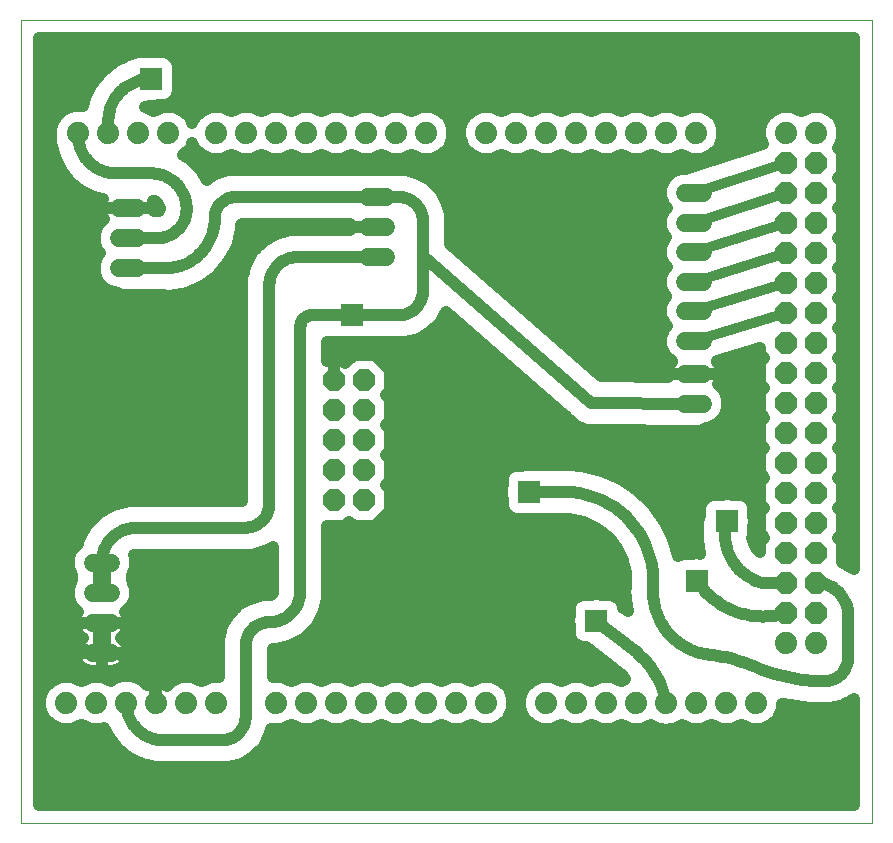
<source format=gbl>
G75*
%MOIN*%
%OFA0B0*%
%FSLAX24Y24*%
%IPPOS*%
%LPD*%
%AMOC8*
5,1,8,0,0,1.08239X$1,22.5*
%
%ADD10C,0.0000*%
%ADD11C,0.0600*%
%ADD12OC8,0.0720*%
%ADD13C,0.0740*%
%ADD14OC8,0.0740*%
%ADD15C,0.0400*%
%ADD16R,0.0760X0.0760*%
%ADD17C,0.0591*%
%ADD18C,0.0320*%
D10*
X008434Y000694D02*
X008434Y027465D01*
X036781Y027465D01*
X036781Y000694D01*
X008434Y000694D01*
D11*
X010815Y006363D02*
X011415Y006363D01*
X011415Y007363D02*
X010815Y007363D01*
X010815Y008363D02*
X011415Y008363D01*
X011415Y009363D02*
X010815Y009363D01*
X011677Y019182D02*
X012277Y019182D01*
X012277Y020182D02*
X011677Y020182D01*
X011677Y021182D02*
X012277Y021182D01*
X019988Y021556D02*
X020588Y021556D01*
X020588Y020556D02*
X019988Y020556D01*
X019988Y019556D02*
X020588Y019556D01*
X030575Y019729D02*
X031175Y019729D01*
X031175Y020698D02*
X030575Y020698D01*
X030575Y021698D02*
X031175Y021698D01*
X031175Y018729D02*
X030575Y018729D01*
X030575Y017761D02*
X031175Y017761D01*
X031175Y016761D02*
X030575Y016761D01*
X030575Y015666D02*
X031175Y015666D01*
X031175Y014666D02*
X030575Y014666D01*
D12*
X019875Y014444D03*
X019875Y015444D03*
X018875Y015444D03*
X018875Y014444D03*
X018875Y013444D03*
X019875Y013444D03*
X019875Y012444D03*
X018875Y012444D03*
X018875Y011444D03*
X019875Y011444D03*
D13*
X019938Y004694D03*
X020938Y004694D03*
X021938Y004694D03*
X022938Y004694D03*
X023938Y004694D03*
X025938Y004694D03*
X026938Y004694D03*
X027938Y004694D03*
X028938Y004694D03*
X029938Y004694D03*
X030938Y004694D03*
X031938Y004694D03*
X032938Y004694D03*
X033938Y006694D03*
X034938Y006694D03*
X018938Y004694D03*
X017938Y004694D03*
X016938Y004694D03*
X014938Y004694D03*
X013938Y004694D03*
X012938Y004694D03*
X011938Y004694D03*
X010938Y004694D03*
X009938Y004694D03*
X010338Y023694D03*
X011338Y023694D03*
X012338Y023694D03*
X013338Y023694D03*
X014938Y023694D03*
X015938Y023694D03*
X016938Y023694D03*
X017938Y023694D03*
X018938Y023694D03*
X019938Y023694D03*
X020938Y023694D03*
X021938Y023694D03*
X023938Y023694D03*
X024938Y023694D03*
X025938Y023694D03*
X026938Y023694D03*
X027938Y023694D03*
X028938Y023694D03*
X029938Y023694D03*
X030938Y023694D03*
X033938Y023694D03*
X034938Y023694D03*
D14*
X034938Y022694D03*
X033938Y022694D03*
X033938Y021694D03*
X034938Y021694D03*
X034938Y020694D03*
X033938Y020694D03*
X033938Y019694D03*
X034938Y019694D03*
X034938Y018694D03*
X033938Y018694D03*
X033938Y017694D03*
X034938Y017694D03*
X034938Y016694D03*
X033938Y016694D03*
X033938Y015694D03*
X034938Y015694D03*
X034938Y014694D03*
X033938Y014694D03*
X033938Y013694D03*
X034938Y013694D03*
X034938Y012694D03*
X033938Y012694D03*
X033938Y011694D03*
X034938Y011694D03*
X034938Y010694D03*
X033938Y010694D03*
X033938Y009694D03*
X034938Y009694D03*
X034938Y008694D03*
X033938Y008694D03*
X033938Y007694D03*
X034938Y007694D03*
D15*
X034938Y008694D02*
X035002Y008692D01*
X035065Y008686D01*
X035128Y008677D01*
X035190Y008663D01*
X035252Y008646D01*
X035312Y008625D01*
X035371Y008601D01*
X035428Y008573D01*
X035484Y008542D01*
X035537Y008507D01*
X035589Y008469D01*
X035638Y008429D01*
X035684Y008385D01*
X035728Y008339D01*
X035768Y008290D01*
X035806Y008238D01*
X035841Y008185D01*
X035872Y008129D01*
X035900Y008072D01*
X035924Y008013D01*
X035945Y007953D01*
X035962Y007891D01*
X035976Y007829D01*
X035985Y007766D01*
X035991Y007703D01*
X035993Y007639D01*
X035993Y006206D01*
X035991Y006152D01*
X035986Y006099D01*
X035977Y006046D01*
X035964Y005994D01*
X035948Y005942D01*
X035928Y005892D01*
X035905Y005844D01*
X035878Y005797D01*
X035849Y005752D01*
X035816Y005709D01*
X035781Y005669D01*
X035743Y005631D01*
X035703Y005596D01*
X035660Y005563D01*
X035615Y005534D01*
X035568Y005507D01*
X035520Y005484D01*
X035470Y005464D01*
X035418Y005448D01*
X035366Y005435D01*
X035313Y005426D01*
X035260Y005421D01*
X035206Y005419D01*
X035428Y004518D02*
X034738Y004518D01*
X033812Y004646D01*
X033812Y004646D01*
X033808Y004647D01*
X033808Y004521D01*
X033676Y004201D01*
X033431Y003956D01*
X033111Y003824D01*
X032765Y003824D01*
X032445Y003956D01*
X032438Y003963D01*
X032431Y003956D01*
X032111Y003824D01*
X031765Y003824D01*
X031445Y003956D01*
X031438Y003963D01*
X031431Y003956D01*
X031111Y003824D01*
X030765Y003824D01*
X030451Y003954D01*
X030285Y003844D01*
X029934Y003776D01*
X029583Y003848D01*
X029425Y003954D01*
X029111Y003824D01*
X028765Y003824D01*
X028445Y003956D01*
X028438Y003963D01*
X028431Y003956D01*
X028111Y003824D01*
X027765Y003824D01*
X027445Y003956D01*
X027438Y003963D01*
X027431Y003956D01*
X027111Y003824D01*
X026765Y003824D01*
X026445Y003956D01*
X026438Y003963D01*
X026431Y003956D01*
X026111Y003824D01*
X025765Y003824D01*
X025445Y003956D01*
X025200Y004201D01*
X025068Y004521D01*
X025068Y004867D01*
X025200Y005187D01*
X025445Y005431D01*
X025765Y005564D01*
X026111Y005564D01*
X026431Y005431D01*
X026438Y005424D01*
X026445Y005431D01*
X026765Y005564D01*
X027111Y005564D01*
X027431Y005431D01*
X027438Y005424D01*
X027445Y005431D01*
X027765Y005564D01*
X028111Y005564D01*
X028431Y005431D01*
X028438Y005424D01*
X028445Y005431D01*
X028569Y005482D01*
X028451Y005615D01*
X028313Y005733D01*
X028172Y005843D01*
X028172Y005843D01*
X027272Y006546D01*
X027128Y006546D01*
X026944Y006622D01*
X026803Y006763D01*
X026727Y006947D01*
X026727Y007208D01*
X026692Y007494D01*
X026727Y007621D01*
X026727Y007905D01*
X026803Y008089D01*
X026944Y008230D01*
X027128Y008306D01*
X027389Y008306D01*
X027675Y008341D01*
X027802Y008306D01*
X028087Y008306D01*
X028271Y008230D01*
X028411Y008089D01*
X028487Y007905D01*
X028487Y007881D01*
X028652Y007752D01*
X028574Y008308D01*
X028574Y008308D01*
X028599Y008629D01*
X028603Y008807D01*
X028564Y009164D01*
X028464Y009509D01*
X028306Y009831D01*
X028094Y010121D01*
X027835Y010369D01*
X027537Y010569D01*
X027208Y010714D01*
X026860Y010800D01*
X026860Y010800D01*
X026699Y010817D01*
X025184Y010817D01*
X025136Y010837D01*
X024884Y010837D01*
X024700Y010913D01*
X024559Y011054D01*
X024483Y011238D01*
X024483Y011490D01*
X024463Y011538D01*
X024463Y011896D01*
X024483Y011945D01*
X024483Y012197D01*
X024559Y012381D01*
X024700Y012521D01*
X024884Y012597D01*
X025136Y012597D01*
X025184Y012617D01*
X026593Y012617D01*
X026622Y012627D01*
X026771Y012617D01*
X026920Y012617D01*
X026949Y012605D01*
X027138Y012593D01*
X027794Y012432D01*
X027794Y012432D01*
X028411Y012159D01*
X028411Y012159D01*
X028973Y011783D01*
X028973Y011783D01*
X029460Y011316D01*
X029460Y011316D01*
X029859Y010771D01*
X029859Y010771D01*
X030157Y010165D01*
X030157Y010165D01*
X030327Y009579D01*
X030486Y009645D01*
X030775Y009645D01*
X030980Y009682D01*
X031062Y009664D01*
X030978Y010133D01*
X031005Y010711D01*
X031070Y010944D01*
X031070Y011228D01*
X031146Y011412D01*
X031287Y011553D01*
X031470Y011629D01*
X031731Y011629D01*
X032018Y011664D01*
X032144Y011629D01*
X032429Y011629D01*
X032613Y011553D01*
X032754Y011412D01*
X032830Y011228D01*
X032830Y010967D01*
X032865Y010680D01*
X032830Y010554D01*
X032830Y010269D01*
X032800Y010198D01*
X032821Y010082D01*
X032888Y009924D01*
X032989Y009784D01*
X033068Y009715D01*
X033068Y010054D01*
X033208Y010194D01*
X033068Y010333D01*
X033068Y011054D01*
X033208Y011194D01*
X033068Y011333D01*
X033068Y012054D01*
X033208Y012194D01*
X033068Y012333D01*
X033068Y013054D01*
X033208Y013194D01*
X033068Y013333D01*
X033068Y014054D01*
X033208Y014194D01*
X033068Y014333D01*
X033068Y015054D01*
X033208Y015194D01*
X033068Y015333D01*
X033068Y016054D01*
X033208Y016194D01*
X033068Y016333D01*
X033068Y016530D01*
X031641Y016095D01*
X031628Y016082D01*
X031613Y016076D01*
X031633Y016057D01*
X031688Y015981D01*
X031731Y015896D01*
X031760Y015807D01*
X031775Y015713D01*
X031775Y015666D01*
X030875Y015666D01*
X030875Y015666D01*
X029975Y015666D01*
X029975Y015619D01*
X029982Y015573D01*
X027775Y015591D01*
X022720Y020001D01*
X022720Y020994D01*
X022605Y021422D01*
X022605Y021422D01*
X022384Y021806D01*
X022070Y022120D01*
X021686Y022341D01*
X021258Y022456D01*
X015709Y022456D01*
X015700Y022460D01*
X015652Y022460D01*
X015606Y022473D01*
X015474Y022460D01*
X015342Y022460D01*
X015298Y022442D01*
X015216Y022433D01*
X014818Y022281D01*
X014611Y022131D01*
X014430Y022444D01*
X014043Y022831D01*
X014043Y022831D01*
X013828Y022955D01*
X013831Y022956D01*
X014076Y023201D01*
X014138Y023352D01*
X014200Y023201D01*
X014445Y022956D01*
X014765Y022824D01*
X015111Y022824D01*
X015431Y022956D01*
X015438Y022963D01*
X015445Y022956D01*
X015765Y022824D01*
X016111Y022824D01*
X016431Y022956D01*
X016438Y022963D01*
X016445Y022956D01*
X016765Y022824D01*
X017111Y022824D01*
X017431Y022956D01*
X017438Y022963D01*
X017445Y022956D01*
X017765Y022824D01*
X018111Y022824D01*
X018431Y022956D01*
X018438Y022963D01*
X018445Y022956D01*
X018765Y022824D01*
X019111Y022824D01*
X019431Y022956D01*
X019438Y022963D01*
X019445Y022956D01*
X019765Y022824D01*
X020111Y022824D01*
X020431Y022956D01*
X020438Y022963D01*
X020445Y022956D01*
X020765Y022824D01*
X021111Y022824D01*
X021431Y022956D01*
X021438Y022963D01*
X021445Y022956D01*
X021765Y022824D01*
X022111Y022824D01*
X022431Y022956D01*
X022676Y023201D01*
X022808Y023521D01*
X022808Y023867D01*
X022676Y024187D01*
X022431Y024431D01*
X022111Y024564D01*
X021765Y024564D01*
X021445Y024431D01*
X021438Y024424D01*
X021431Y024431D01*
X021111Y024564D01*
X020765Y024564D01*
X020445Y024431D01*
X020438Y024424D01*
X020431Y024431D01*
X020111Y024564D01*
X019765Y024564D01*
X019445Y024431D01*
X019438Y024424D01*
X019431Y024431D01*
X019111Y024564D01*
X018765Y024564D01*
X018445Y024431D01*
X018438Y024424D01*
X018431Y024431D01*
X018111Y024564D01*
X017765Y024564D01*
X017445Y024431D01*
X017438Y024424D01*
X017431Y024431D01*
X017111Y024564D01*
X016765Y024564D01*
X016445Y024431D01*
X016438Y024424D01*
X016431Y024431D01*
X016111Y024564D01*
X015765Y024564D01*
X015445Y024431D01*
X015438Y024424D01*
X015431Y024431D01*
X015111Y024564D01*
X014765Y024564D01*
X014445Y024431D01*
X014200Y024187D01*
X014138Y024036D01*
X014076Y024187D01*
X013831Y024431D01*
X013511Y024564D01*
X013165Y024564D01*
X012845Y024431D01*
X012838Y024424D01*
X012831Y024431D01*
X012550Y024548D01*
X012591Y024567D01*
X012706Y024594D01*
X012765Y024597D01*
X012944Y024597D01*
X012992Y024617D01*
X013244Y024617D01*
X013428Y024693D01*
X013569Y024834D01*
X013645Y025017D01*
X013645Y025270D01*
X013665Y025318D01*
X013665Y025676D01*
X013645Y025724D01*
X013645Y025976D01*
X013569Y026160D01*
X013428Y026301D01*
X013244Y026377D01*
X012992Y026377D01*
X012944Y026397D01*
X012503Y026397D01*
X012415Y026377D01*
X012285Y026377D01*
X012126Y026311D01*
X011991Y026280D01*
X011519Y026053D01*
X011109Y025726D01*
X011109Y025726D01*
X011109Y025726D01*
X010782Y025316D01*
X010555Y024843D01*
X010498Y024594D01*
X010159Y024594D01*
X009828Y024457D01*
X009575Y024204D01*
X009438Y023873D01*
X009438Y023351D01*
X009546Y022880D01*
X009755Y022444D01*
X010057Y022066D01*
X010435Y021765D01*
X010871Y021555D01*
X011160Y021489D01*
X011121Y021412D01*
X011092Y021322D01*
X011077Y021229D01*
X011077Y021182D01*
X011977Y021182D01*
X011977Y021182D01*
X011077Y021182D01*
X011077Y021135D01*
X011092Y021041D01*
X011121Y020952D01*
X011164Y020867D01*
X011193Y020828D01*
X010999Y020635D01*
X010877Y020341D01*
X010877Y020023D01*
X010999Y019729D01*
X011046Y019682D01*
X010999Y019635D01*
X010877Y019341D01*
X010877Y019023D01*
X010999Y018729D01*
X011224Y018504D01*
X011518Y018382D01*
X011557Y018382D01*
X011798Y018282D01*
X013123Y018282D01*
X013392Y018270D01*
X013961Y018374D01*
X014492Y018601D01*
X014492Y018601D01*
X014960Y018941D01*
X015340Y019377D01*
X015614Y019886D01*
X015767Y020444D01*
X015775Y020622D01*
X015785Y020656D01*
X019397Y020656D01*
X019388Y020603D01*
X019388Y020556D01*
X020288Y020556D01*
X020288Y020556D01*
X019388Y020556D01*
X019388Y020509D01*
X019397Y020456D01*
X017395Y020456D01*
X016929Y020331D01*
X016929Y020331D01*
X016510Y020089D01*
X016168Y019748D01*
X016168Y019748D01*
X015927Y019329D01*
X015802Y018862D01*
X015802Y011436D01*
X012015Y011436D01*
X011488Y011295D01*
X011015Y011022D01*
X010629Y010636D01*
X010356Y010163D01*
X010310Y009989D01*
X010137Y009816D01*
X010015Y009522D01*
X010015Y009204D01*
X010120Y008951D01*
X010120Y008775D01*
X010015Y008522D01*
X010015Y008204D01*
X010137Y007910D01*
X010330Y007716D01*
X010302Y007677D01*
X010259Y007593D01*
X010230Y007503D01*
X010215Y007410D01*
X010215Y007363D01*
X010215Y007316D01*
X010230Y007222D01*
X010259Y007133D01*
X010302Y007049D01*
X010358Y006972D01*
X010424Y006905D01*
X010483Y006863D01*
X010424Y006821D01*
X010358Y006754D01*
X010302Y006677D01*
X010259Y006593D01*
X010230Y006503D01*
X010215Y006410D01*
X010215Y006363D01*
X010215Y006316D01*
X010230Y006222D01*
X010259Y006133D01*
X010302Y006049D01*
X010358Y005972D01*
X010424Y005905D01*
X010501Y005850D01*
X010585Y005807D01*
X010675Y005778D01*
X010768Y005763D01*
X011115Y005763D01*
X011115Y006363D01*
X010215Y006363D01*
X011115Y006363D01*
X011115Y006363D01*
X011115Y007363D01*
X010215Y007363D01*
X011115Y007363D01*
X011115Y007363D01*
X011115Y007363D01*
X011115Y006763D01*
X011115Y006363D01*
X011115Y006363D01*
X011115Y006363D01*
X011269Y006363D01*
X011115Y006363D02*
X012015Y006363D01*
X011115Y006363D01*
X011115Y005763D01*
X011462Y005763D01*
X011556Y005778D01*
X011645Y005807D01*
X011730Y005850D01*
X011806Y005905D01*
X011873Y005972D01*
X011928Y006049D01*
X011971Y006133D01*
X012000Y006222D01*
X012015Y006316D01*
X012015Y006363D01*
X012015Y006410D01*
X012000Y006503D01*
X011971Y006593D01*
X011928Y006677D01*
X011873Y006754D01*
X011806Y006821D01*
X011748Y006863D01*
X011806Y006905D01*
X011873Y006972D01*
X011928Y007049D01*
X011971Y007133D01*
X012000Y007222D01*
X012015Y007316D01*
X012015Y007363D01*
X011115Y007363D01*
X012015Y007363D01*
X012015Y007410D01*
X012000Y007503D01*
X011971Y007593D01*
X011928Y007677D01*
X011900Y007716D01*
X012093Y007910D01*
X012215Y008204D01*
X012215Y008522D01*
X012110Y008775D01*
X012110Y008951D01*
X012215Y009204D01*
X012215Y009522D01*
X012178Y009612D01*
X012184Y009615D01*
X012253Y009634D01*
X012288Y009636D01*
X016137Y009636D01*
X016566Y009751D01*
X016835Y009907D01*
X016835Y008420D01*
X016834Y008403D01*
X016825Y008369D01*
X016808Y008339D01*
X016783Y008314D01*
X016753Y008297D01*
X016719Y008288D01*
X016702Y008287D01*
X016480Y008287D01*
X016050Y008172D01*
X015666Y007949D01*
X015666Y007949D01*
X015352Y007635D01*
X015129Y007251D01*
X015129Y007251D01*
X015014Y006821D01*
X015014Y005564D01*
X014765Y005564D01*
X014445Y005431D01*
X014438Y005424D01*
X014431Y005431D01*
X014111Y005564D01*
X013765Y005564D01*
X013445Y005431D01*
X013282Y005268D01*
X013235Y005296D01*
X013154Y005330D01*
X013069Y005352D01*
X012982Y005364D01*
X012938Y005364D01*
X012894Y005364D01*
X012807Y005352D01*
X012722Y005330D01*
X012641Y005296D01*
X012620Y005284D01*
X012448Y005457D01*
X012117Y005594D01*
X011759Y005594D01*
X011428Y005457D01*
X011411Y005439D01*
X011111Y005564D01*
X010765Y005564D01*
X010445Y005431D01*
X010438Y005424D01*
X010431Y005431D01*
X010111Y005564D01*
X009765Y005564D01*
X009445Y005431D01*
X009200Y005187D01*
X009068Y004867D01*
X009068Y004521D01*
X009200Y004201D01*
X009445Y003956D01*
X009765Y003824D01*
X010111Y003824D01*
X010431Y003956D01*
X010438Y003963D01*
X010445Y003956D01*
X010765Y003824D01*
X011111Y003824D01*
X011203Y003862D01*
X011355Y003546D01*
X011355Y003546D01*
X011656Y003168D01*
X011656Y003168D01*
X011656Y003168D01*
X012034Y002867D01*
X012034Y002867D01*
X012469Y002657D01*
X012469Y002657D01*
X012941Y002550D01*
X015349Y002550D01*
X015778Y002665D01*
X016163Y002887D01*
X016163Y002887D01*
X016477Y003201D01*
X016699Y003586D01*
X016763Y003824D01*
X016765Y003824D01*
X017111Y003824D01*
X017431Y003956D01*
X017438Y003963D01*
X017445Y003956D01*
X017765Y003824D01*
X018111Y003824D01*
X018431Y003956D01*
X018438Y003963D01*
X018445Y003956D01*
X018765Y003824D01*
X019111Y003824D01*
X019431Y003956D01*
X019438Y003963D01*
X019445Y003956D01*
X019765Y003824D01*
X020111Y003824D01*
X020431Y003956D01*
X020438Y003963D01*
X020445Y003956D01*
X020765Y003824D01*
X021111Y003824D01*
X021431Y003956D01*
X021438Y003963D01*
X021445Y003956D01*
X021765Y003824D01*
X022111Y003824D01*
X022431Y003956D01*
X022438Y003963D01*
X022445Y003956D01*
X022765Y003824D01*
X023111Y003824D01*
X023431Y003956D01*
X023438Y003963D01*
X023445Y003956D01*
X023765Y003824D01*
X024111Y003824D01*
X024431Y003956D01*
X024676Y004201D01*
X024808Y004521D01*
X024808Y004867D01*
X024676Y005187D01*
X024431Y005431D01*
X024111Y005564D01*
X023765Y005564D01*
X023445Y005431D01*
X023438Y005424D01*
X023431Y005431D01*
X023111Y005564D01*
X022765Y005564D01*
X022445Y005431D01*
X022438Y005424D01*
X022431Y005431D01*
X022111Y005564D01*
X021765Y005564D01*
X021445Y005431D01*
X021438Y005424D01*
X021431Y005431D01*
X021111Y005564D01*
X020765Y005564D01*
X020445Y005431D01*
X020438Y005424D01*
X020431Y005431D01*
X020111Y005564D01*
X019765Y005564D01*
X019445Y005431D01*
X019438Y005424D01*
X019431Y005431D01*
X019111Y005564D01*
X018765Y005564D01*
X018445Y005431D01*
X018438Y005424D01*
X018431Y005431D01*
X018111Y005564D01*
X017765Y005564D01*
X017445Y005431D01*
X017438Y005424D01*
X017431Y005431D01*
X017111Y005564D01*
X016814Y005564D01*
X016814Y006487D01*
X016956Y006487D01*
X017448Y006618D01*
X017448Y006618D01*
X017889Y006873D01*
X018249Y007233D01*
X018503Y007674D01*
X018635Y008166D01*
X018635Y010584D01*
X019231Y010584D01*
X019375Y010727D01*
X019519Y010584D01*
X020231Y010584D01*
X020735Y011087D01*
X020735Y011800D01*
X020591Y011944D01*
X020735Y012087D01*
X020735Y012800D01*
X020591Y012944D01*
X020735Y013087D01*
X020735Y013800D01*
X020591Y013944D01*
X020735Y014087D01*
X020735Y014800D01*
X020591Y014944D01*
X020735Y015087D01*
X020735Y015800D01*
X020231Y016304D01*
X019519Y016304D01*
X019234Y016019D01*
X019148Y016104D01*
X018875Y016104D01*
X018635Y016104D01*
X018635Y016723D01*
X021255Y016723D01*
X021684Y016838D01*
X022069Y017060D01*
X022383Y017374D01*
X022587Y017728D01*
X026817Y014038D01*
X026918Y013935D01*
X026951Y013921D01*
X026977Y013898D01*
X027115Y013852D01*
X027248Y013795D01*
X027283Y013795D01*
X027317Y013784D01*
X027461Y013793D01*
X031047Y013765D01*
X031297Y013866D01*
X031334Y013866D01*
X031628Y013988D01*
X031853Y014213D01*
X031975Y014507D01*
X031975Y014825D01*
X031853Y015119D01*
X031660Y015313D01*
X031688Y015352D01*
X031731Y015436D01*
X031760Y015526D01*
X031775Y015619D01*
X031775Y015666D01*
X030875Y015666D01*
X030875Y015666D01*
X029975Y015666D01*
X029975Y015713D01*
X029990Y015807D01*
X030019Y015896D01*
X030062Y015981D01*
X030117Y016057D01*
X030137Y016076D01*
X030122Y016082D01*
X029897Y016307D01*
X029775Y016601D01*
X029775Y016920D01*
X029897Y017214D01*
X029944Y017261D01*
X029897Y017307D01*
X029775Y017601D01*
X029775Y017920D01*
X029897Y018214D01*
X029928Y018245D01*
X029897Y018276D01*
X029775Y018570D01*
X029775Y018888D01*
X029897Y019182D01*
X029944Y019229D01*
X029897Y019276D01*
X029775Y019570D01*
X029775Y019888D01*
X029897Y020182D01*
X029928Y020213D01*
X029897Y020244D01*
X029775Y020539D01*
X029775Y020857D01*
X029897Y021151D01*
X029944Y021198D01*
X029897Y021244D01*
X029775Y021539D01*
X029775Y021857D01*
X029897Y022151D01*
X030122Y022376D01*
X030416Y022498D01*
X030554Y022498D01*
X033143Y023340D01*
X033068Y023521D01*
X033068Y023867D01*
X033200Y024187D01*
X033445Y024431D01*
X033765Y024564D01*
X034111Y024564D01*
X034431Y024431D01*
X034438Y024424D01*
X034445Y024431D01*
X034765Y024564D01*
X035111Y024564D01*
X035431Y024431D01*
X035676Y024187D01*
X035808Y023867D01*
X035808Y023521D01*
X035676Y023201D01*
X035668Y023194D01*
X035808Y023054D01*
X035808Y022333D01*
X035668Y022194D01*
X035808Y022054D01*
X035808Y021333D01*
X035668Y021194D01*
X035808Y021054D01*
X035808Y020333D01*
X035668Y020194D01*
X035808Y020054D01*
X035808Y019333D01*
X035668Y019194D01*
X035808Y019054D01*
X035808Y018333D01*
X035668Y018194D01*
X035808Y018054D01*
X035808Y017333D01*
X035668Y017194D01*
X035808Y017054D01*
X035808Y016333D01*
X035668Y016194D01*
X035808Y016054D01*
X035808Y015333D01*
X035668Y015194D01*
X035808Y015054D01*
X035808Y014333D01*
X035668Y014194D01*
X035808Y014054D01*
X035808Y013333D01*
X035668Y013194D01*
X035808Y013054D01*
X035808Y012333D01*
X035668Y012194D01*
X035808Y012054D01*
X035808Y011333D01*
X035668Y011194D01*
X035808Y011054D01*
X035808Y010333D01*
X035668Y010194D01*
X035808Y010054D01*
X035808Y009394D01*
X036138Y009203D01*
X036138Y009203D01*
X036138Y009203D01*
X036181Y009161D01*
X036181Y026865D01*
X009034Y026865D01*
X009034Y001294D01*
X036181Y001294D01*
X036181Y004820D01*
X035857Y004633D01*
X035857Y004633D01*
X035428Y004518D01*
X035936Y004679D02*
X036181Y004679D01*
X036181Y004280D02*
X033708Y004280D01*
X033251Y003882D02*
X036181Y003882D01*
X036181Y003483D02*
X016640Y003483D01*
X016477Y003201D02*
X016477Y003201D01*
X016361Y003085D02*
X036181Y003085D01*
X036181Y002686D02*
X015816Y002686D01*
X015778Y002665D02*
X015778Y002665D01*
X015127Y003450D02*
X013182Y003450D01*
X012409Y002686D02*
X009034Y002686D01*
X009034Y002288D02*
X036181Y002288D01*
X036181Y001889D02*
X009034Y001889D01*
X009034Y001491D02*
X036181Y001491D01*
X032625Y003882D02*
X032251Y003882D01*
X031625Y003882D02*
X031251Y003882D01*
X030625Y003882D02*
X030342Y003882D01*
X029532Y003882D02*
X029251Y003882D01*
X028625Y003882D02*
X028251Y003882D01*
X027625Y003882D02*
X027251Y003882D01*
X029938Y004693D02*
X029917Y004796D01*
X029891Y004897D01*
X029862Y004998D01*
X029829Y005098D01*
X029793Y005196D01*
X029754Y005293D01*
X029710Y005388D01*
X029664Y005482D01*
X029614Y005574D01*
X029561Y005664D01*
X029505Y005753D01*
X029445Y005839D01*
X029383Y005923D01*
X029317Y006005D01*
X029249Y006084D01*
X029178Y006161D01*
X029104Y006235D01*
X029028Y006307D01*
X028949Y006376D01*
X028867Y006442D01*
X027607Y007426D01*
X026695Y007468D02*
X018385Y007468D01*
X018503Y007674D02*
X018503Y007674D01*
X018555Y007867D02*
X026727Y007867D01*
X027029Y008265D02*
X018635Y008265D01*
X018635Y008664D02*
X028600Y008664D01*
X028580Y008265D02*
X028185Y008265D01*
X028505Y007867D02*
X028636Y007867D01*
X028576Y009062D02*
X018635Y009062D01*
X018635Y009461D02*
X028478Y009461D01*
X028285Y009859D02*
X018635Y009859D01*
X018635Y010258D02*
X027951Y010258D01*
X027339Y010656D02*
X020304Y010656D01*
X020702Y011055D02*
X024559Y011055D01*
X024483Y011453D02*
X020735Y011453D01*
X020683Y011852D02*
X024463Y011852D01*
X024505Y012250D02*
X020735Y012250D01*
X020735Y012649D02*
X033068Y012649D01*
X033151Y012250D02*
X028205Y012250D01*
X028870Y011852D02*
X033068Y011852D01*
X033068Y011453D02*
X032713Y011453D01*
X032830Y011055D02*
X033069Y011055D01*
X033068Y010656D02*
X032858Y010656D01*
X032825Y010258D02*
X033144Y010258D01*
X030965Y008765D02*
X031021Y008682D01*
X031080Y008601D01*
X031142Y008523D01*
X031207Y008447D01*
X031274Y008374D01*
X031345Y008303D01*
X031418Y008235D01*
X031494Y008170D01*
X031572Y008108D01*
X031653Y008049D01*
X031735Y007993D01*
X031820Y007940D01*
X031907Y007891D01*
X031995Y007845D01*
X032086Y007802D01*
X032177Y007763D01*
X032271Y007727D01*
X032365Y007695D01*
X032461Y007667D01*
X032558Y007642D01*
X032655Y007621D01*
X032754Y007604D01*
X032853Y007590D01*
X032952Y007581D01*
X033052Y007575D01*
X033152Y007573D01*
X033251Y007575D01*
X033351Y007580D01*
X033450Y007590D01*
X033549Y007603D01*
X033648Y007620D01*
X033745Y007641D01*
X033842Y007666D01*
X033938Y007694D01*
X033938Y008694D02*
X033111Y008694D01*
X031368Y006304D02*
X031278Y006316D01*
X031189Y006331D01*
X031101Y006351D01*
X031014Y006374D01*
X030928Y006401D01*
X030843Y006431D01*
X030760Y006466D01*
X030678Y006503D01*
X030597Y006545D01*
X030519Y006589D01*
X030443Y006637D01*
X030368Y006688D01*
X030296Y006742D01*
X030226Y006800D01*
X030159Y006860D01*
X030095Y006923D01*
X030033Y006989D01*
X029974Y007057D01*
X029918Y007128D01*
X029865Y007201D01*
X029816Y007276D01*
X029769Y007353D01*
X029726Y007433D01*
X029686Y007514D01*
X029650Y007596D01*
X029618Y007680D01*
X029589Y007766D01*
X029563Y007852D01*
X029542Y007940D01*
X029524Y008028D01*
X029510Y008117D01*
X029500Y008207D01*
X029494Y008297D01*
X029491Y008387D01*
X029492Y008477D01*
X029498Y008567D01*
X030245Y009859D02*
X031027Y009859D01*
X030984Y010258D02*
X030111Y010258D01*
X029915Y010656D02*
X031003Y010656D01*
X031070Y011055D02*
X029651Y011055D01*
X029316Y011453D02*
X031187Y011453D01*
X032935Y009859D02*
X033068Y009859D01*
X033111Y008694D02*
X033035Y008717D01*
X032960Y008744D01*
X032887Y008774D01*
X032815Y008808D01*
X032745Y008845D01*
X032676Y008885D01*
X032610Y008928D01*
X032546Y008975D01*
X032484Y009025D01*
X032424Y009077D01*
X032367Y009133D01*
X032313Y009191D01*
X032261Y009251D01*
X032213Y009314D01*
X032167Y009379D01*
X032125Y009447D01*
X032086Y009516D01*
X032050Y009587D01*
X032018Y009659D01*
X031989Y009733D01*
X031964Y009808D01*
X031942Y009885D01*
X031924Y009962D01*
X031910Y010040D01*
X031899Y010119D01*
X031892Y010198D01*
X031889Y010278D01*
X031890Y010357D01*
X031894Y010436D01*
X031903Y010515D01*
X031915Y010594D01*
X031930Y010672D01*
X031950Y010749D01*
X033068Y013047D02*
X020695Y013047D01*
X020735Y013446D02*
X033068Y013446D01*
X033068Y013844D02*
X031243Y013844D01*
X031866Y014243D02*
X033159Y014243D01*
X033068Y014641D02*
X031975Y014641D01*
X031886Y015040D02*
X033068Y015040D01*
X033068Y015438D02*
X031732Y015438D01*
X031750Y015837D02*
X033068Y015837D01*
X033166Y016235D02*
X032101Y016235D01*
X030875Y014666D02*
X027434Y014694D01*
X021820Y019591D01*
X021820Y020772D01*
X021819Y020772D02*
X021817Y020828D01*
X021811Y020883D01*
X021801Y020938D01*
X021787Y020993D01*
X021770Y021046D01*
X021748Y021097D01*
X021723Y021147D01*
X021695Y021195D01*
X021663Y021241D01*
X021628Y021285D01*
X021590Y021326D01*
X021549Y021364D01*
X021505Y021399D01*
X021459Y021431D01*
X021411Y021459D01*
X021361Y021484D01*
X021310Y021506D01*
X021257Y021523D01*
X021202Y021537D01*
X021147Y021547D01*
X021092Y021553D01*
X021036Y021555D01*
X021036Y021556D02*
X020288Y021556D01*
X015530Y021556D01*
X015525Y021557D01*
X015521Y021560D01*
X015520Y021559D02*
X015470Y021552D01*
X015419Y021541D01*
X015370Y021527D01*
X015322Y021510D01*
X015276Y021488D01*
X015231Y021464D01*
X015187Y021437D01*
X015146Y021406D01*
X015108Y021373D01*
X015071Y021337D01*
X015038Y021298D01*
X015007Y021257D01*
X014979Y021214D01*
X014954Y021170D01*
X014933Y021123D01*
X014915Y021075D01*
X014900Y021026D01*
X014889Y020976D01*
X014881Y020926D01*
X014878Y020874D01*
X014877Y020823D01*
X014881Y020772D01*
X015706Y020220D02*
X016737Y020220D01*
X016510Y020089D02*
X016510Y020089D01*
X016243Y019822D02*
X015579Y019822D01*
X015614Y019886D02*
X015614Y019886D01*
X015365Y019423D02*
X015981Y019423D01*
X015927Y019329D02*
X015927Y019329D01*
X015845Y019025D02*
X015033Y019025D01*
X014960Y018941D02*
X014960Y018941D01*
X014527Y018626D02*
X015802Y018626D01*
X015802Y018228D02*
X009034Y018228D01*
X009034Y017829D02*
X015802Y017829D01*
X015802Y017431D02*
X009034Y017431D01*
X009034Y017032D02*
X015802Y017032D01*
X015802Y016634D02*
X009034Y016634D01*
X009034Y016235D02*
X015802Y016235D01*
X015802Y015837D02*
X009034Y015837D01*
X009034Y015438D02*
X015802Y015438D01*
X015802Y015040D02*
X009034Y015040D01*
X009034Y014641D02*
X015802Y014641D01*
X015802Y014243D02*
X009034Y014243D01*
X009034Y013844D02*
X015802Y013844D01*
X015802Y013446D02*
X009034Y013446D01*
X009034Y013047D02*
X015802Y013047D01*
X015802Y012649D02*
X009034Y012649D01*
X010008Y011718D02*
X010057Y011769D01*
X010102Y011822D01*
X010145Y011878D01*
X010185Y011936D01*
X010222Y011996D01*
X010256Y012058D01*
X010286Y012121D01*
X010313Y012186D01*
X010336Y012253D01*
X010356Y012320D01*
X010373Y012389D01*
X010385Y012458D01*
X010395Y012528D01*
X010400Y012598D01*
X010402Y012668D01*
X010403Y012668D02*
X010403Y013292D01*
X013158Y013292D01*
X013244Y013294D01*
X013330Y013299D01*
X013415Y013309D01*
X013500Y013322D01*
X013584Y013339D01*
X013668Y013359D01*
X013750Y013383D01*
X013831Y013411D01*
X013912Y013442D01*
X013990Y013476D01*
X014067Y013514D01*
X014142Y013556D01*
X014216Y013600D01*
X014287Y013648D01*
X014357Y013699D01*
X014424Y013753D01*
X014488Y013809D01*
X014550Y013869D01*
X014610Y013931D01*
X014666Y013995D01*
X014720Y014062D01*
X014771Y014132D01*
X014819Y014203D01*
X014863Y014276D01*
X014905Y014352D01*
X014943Y014429D01*
X014977Y014507D01*
X015008Y014588D01*
X015036Y014669D01*
X015060Y014751D01*
X015080Y014835D01*
X015097Y014919D01*
X015110Y015004D01*
X015120Y015089D01*
X015125Y015175D01*
X015127Y015261D01*
X015127Y016835D01*
X015127Y018410D01*
X015340Y019377D02*
X015340Y019377D01*
X013961Y018374D02*
X013961Y018374D01*
X013392Y018270D02*
X013392Y018270D01*
X013143Y019182D02*
X011977Y019182D01*
X011102Y018626D02*
X009034Y018626D01*
X009034Y019025D02*
X010877Y019025D01*
X010911Y019423D02*
X009034Y019423D01*
X009034Y019822D02*
X010961Y019822D01*
X010877Y020220D02*
X009034Y020220D01*
X009034Y020619D02*
X010992Y020619D01*
X011206Y021182D02*
X011151Y021180D01*
X011097Y021175D01*
X011043Y021165D01*
X010989Y021152D01*
X010937Y021136D01*
X010886Y021116D01*
X010837Y021092D01*
X010789Y021065D01*
X010743Y021035D01*
X010699Y021002D01*
X010658Y020966D01*
X010619Y020927D01*
X010583Y020886D01*
X010550Y020842D01*
X010520Y020796D01*
X010493Y020748D01*
X010469Y020699D01*
X010449Y020648D01*
X010433Y020596D01*
X010420Y020542D01*
X010410Y020488D01*
X010405Y020434D01*
X010403Y020379D01*
X010403Y013292D01*
X009034Y012250D02*
X015802Y012250D01*
X015802Y011852D02*
X009034Y011852D01*
X009034Y011453D02*
X015802Y011453D01*
X016701Y011324D02*
X016699Y011270D01*
X016694Y011217D01*
X016685Y011164D01*
X016672Y011112D01*
X016656Y011060D01*
X016636Y011010D01*
X016613Y010962D01*
X016586Y010915D01*
X016557Y010870D01*
X016524Y010827D01*
X016489Y010787D01*
X016451Y010749D01*
X016411Y010714D01*
X016368Y010681D01*
X016323Y010652D01*
X016276Y010625D01*
X016228Y010602D01*
X016178Y010582D01*
X016126Y010566D01*
X016074Y010553D01*
X016021Y010544D01*
X015968Y010539D01*
X015914Y010537D01*
X015914Y010536D02*
X012288Y010536D01*
X011488Y011295D02*
X011488Y011295D01*
X011072Y011055D02*
X009034Y011055D01*
X009615Y010930D02*
X009615Y007863D01*
X010180Y007867D02*
X009034Y007867D01*
X009034Y007468D02*
X010224Y007468D01*
X010291Y007070D02*
X009034Y007070D01*
X009034Y006671D02*
X010299Y006671D01*
X010222Y006273D02*
X009034Y006273D01*
X009034Y005874D02*
X010467Y005874D01*
X010552Y005476D02*
X010323Y005476D01*
X009552Y005476D02*
X009034Y005476D01*
X009034Y005077D02*
X009155Y005077D01*
X009068Y004679D02*
X009034Y004679D01*
X009034Y004280D02*
X009168Y004280D01*
X009034Y003882D02*
X009625Y003882D01*
X009034Y003483D02*
X011405Y003483D01*
X011761Y003085D02*
X009034Y003085D01*
X010251Y003882D02*
X010625Y003882D01*
X012938Y004694D02*
X012936Y004773D01*
X012930Y004853D01*
X012921Y004932D01*
X012908Y005010D01*
X012891Y005087D01*
X012870Y005164D01*
X012846Y005240D01*
X012818Y005314D01*
X012787Y005387D01*
X012752Y005459D01*
X012714Y005529D01*
X012673Y005596D01*
X012629Y005662D01*
X012581Y005726D01*
X012530Y005787D01*
X012477Y005846D01*
X012421Y005902D01*
X012362Y005955D01*
X012301Y006006D01*
X012237Y006054D01*
X012171Y006098D01*
X012104Y006139D01*
X012034Y006177D01*
X011962Y006212D01*
X011889Y006243D01*
X011815Y006271D01*
X011739Y006295D01*
X011662Y006316D01*
X011585Y006333D01*
X011507Y006346D01*
X011428Y006355D01*
X011348Y006361D01*
X011269Y006363D01*
X011115Y006363D02*
X011115Y006363D01*
X011115Y006273D02*
X011115Y006273D01*
X011115Y006671D02*
X011115Y006671D01*
X011115Y007070D02*
X011115Y007070D01*
X011115Y007363D02*
X011115Y007363D01*
X011115Y006363D02*
X011039Y006365D01*
X010963Y006371D01*
X010888Y006380D01*
X010813Y006394D01*
X010739Y006411D01*
X010666Y006432D01*
X010594Y006456D01*
X010523Y006485D01*
X010454Y006516D01*
X010387Y006551D01*
X010322Y006590D01*
X010258Y006632D01*
X010197Y006677D01*
X010138Y006725D01*
X010082Y006776D01*
X010028Y006830D01*
X009977Y006886D01*
X009929Y006945D01*
X009884Y007006D01*
X009842Y007070D01*
X009803Y007135D01*
X009768Y007202D01*
X009737Y007271D01*
X009708Y007342D01*
X009684Y007414D01*
X009663Y007487D01*
X009646Y007561D01*
X009632Y007636D01*
X009623Y007711D01*
X009617Y007787D01*
X009615Y007863D01*
X010015Y008265D02*
X009034Y008265D01*
X009034Y008664D02*
X010074Y008664D01*
X010074Y009062D02*
X009034Y009062D01*
X009034Y009461D02*
X010015Y009461D01*
X010180Y009859D02*
X009034Y009859D01*
X009034Y010258D02*
X010411Y010258D01*
X010356Y010163D02*
X010356Y010163D01*
X010629Y010636D02*
X010629Y010636D01*
X010650Y010656D02*
X009034Y010656D01*
X009615Y010930D02*
X009617Y010991D01*
X009623Y011051D01*
X009632Y011111D01*
X009645Y011171D01*
X009662Y011229D01*
X009682Y011287D01*
X009706Y011343D01*
X009733Y011397D01*
X009763Y011450D01*
X009797Y011500D01*
X009834Y011549D01*
X009874Y011595D01*
X009916Y011638D01*
X009961Y011679D01*
X010009Y011717D01*
X011015Y011022D02*
X011015Y011022D01*
X012215Y009461D02*
X016835Y009461D01*
X016566Y009751D02*
X016566Y009751D01*
X016753Y009859D02*
X016835Y009859D01*
X016835Y009062D02*
X012156Y009062D01*
X011115Y009363D02*
X011117Y009429D01*
X011122Y009494D01*
X011132Y009559D01*
X011144Y009624D01*
X011161Y009688D01*
X011181Y009750D01*
X011204Y009812D01*
X011231Y009872D01*
X011261Y009930D01*
X011295Y009987D01*
X011331Y010042D01*
X011371Y010094D01*
X011413Y010145D01*
X011459Y010192D01*
X011506Y010238D01*
X011557Y010280D01*
X011609Y010320D01*
X011664Y010356D01*
X011721Y010390D01*
X011779Y010420D01*
X011839Y010447D01*
X011901Y010470D01*
X011963Y010490D01*
X012027Y010507D01*
X012092Y010519D01*
X012157Y010529D01*
X012222Y010534D01*
X012288Y010536D01*
X012157Y008664D02*
X016835Y008664D01*
X017735Y008420D02*
X017733Y008358D01*
X017727Y008295D01*
X017718Y008234D01*
X017705Y008173D01*
X017688Y008113D01*
X017668Y008054D01*
X017644Y007996D01*
X017617Y007940D01*
X017586Y007886D01*
X017552Y007833D01*
X017515Y007783D01*
X017475Y007735D01*
X017432Y007690D01*
X017387Y007647D01*
X017339Y007607D01*
X017289Y007570D01*
X017236Y007536D01*
X017182Y007505D01*
X017126Y007478D01*
X017068Y007454D01*
X017009Y007434D01*
X016949Y007417D01*
X016888Y007404D01*
X016827Y007395D01*
X016764Y007389D01*
X016702Y007387D01*
X016702Y007386D02*
X016648Y007384D01*
X016595Y007379D01*
X016542Y007370D01*
X016490Y007357D01*
X016438Y007341D01*
X016388Y007321D01*
X016340Y007298D01*
X016293Y007271D01*
X016248Y007242D01*
X016205Y007209D01*
X016165Y007174D01*
X016127Y007136D01*
X016092Y007096D01*
X016059Y007053D01*
X016030Y007008D01*
X016003Y006961D01*
X015980Y006913D01*
X015960Y006863D01*
X015944Y006811D01*
X015931Y006759D01*
X015922Y006706D01*
X015917Y006653D01*
X015915Y006599D01*
X015914Y006599D02*
X015914Y004237D01*
X015912Y004183D01*
X015907Y004130D01*
X015898Y004077D01*
X015885Y004025D01*
X015869Y003973D01*
X015849Y003923D01*
X015826Y003875D01*
X015799Y003828D01*
X015770Y003783D01*
X015737Y003740D01*
X015702Y003700D01*
X015664Y003662D01*
X015624Y003627D01*
X015581Y003594D01*
X015536Y003565D01*
X015489Y003538D01*
X015441Y003515D01*
X015391Y003495D01*
X015339Y003479D01*
X015287Y003466D01*
X015234Y003457D01*
X015181Y003452D01*
X015127Y003450D01*
X013182Y003450D02*
X013112Y003452D01*
X013043Y003458D01*
X012974Y003468D01*
X012905Y003481D01*
X012838Y003499D01*
X012771Y003520D01*
X012706Y003545D01*
X012642Y003573D01*
X012580Y003605D01*
X012520Y003641D01*
X012462Y003679D01*
X012406Y003721D01*
X012353Y003766D01*
X012302Y003814D01*
X012254Y003865D01*
X012209Y003918D01*
X012167Y003974D01*
X012129Y004032D01*
X012093Y004092D01*
X012061Y004154D01*
X012033Y004218D01*
X012008Y004283D01*
X011987Y004350D01*
X011969Y004417D01*
X011956Y004486D01*
X011946Y004555D01*
X011940Y004624D01*
X011938Y004694D01*
X012402Y005476D02*
X013552Y005476D01*
X012938Y005364D02*
X012938Y004694D01*
X012938Y005364D01*
X012938Y005077D02*
X012938Y005077D01*
X012938Y004694D02*
X012938Y004694D01*
X014323Y005476D02*
X014552Y005476D01*
X015014Y005874D02*
X011763Y005874D01*
X011474Y005476D02*
X011323Y005476D01*
X011115Y005874D02*
X011115Y005874D01*
X012008Y006273D02*
X015014Y006273D01*
X015014Y006671D02*
X011932Y006671D01*
X011939Y007070D02*
X015081Y007070D01*
X015255Y007468D02*
X012006Y007468D01*
X012050Y007867D02*
X015583Y007867D01*
X015352Y007635D02*
X015352Y007635D01*
X016050Y008172D02*
X016050Y008172D01*
X016400Y008265D02*
X012215Y008265D01*
X016814Y006273D02*
X027622Y006273D01*
X028132Y005874D02*
X016814Y005874D01*
X017323Y005476D02*
X017552Y005476D01*
X018323Y005476D02*
X018552Y005476D01*
X019323Y005476D02*
X019552Y005476D01*
X020323Y005476D02*
X020552Y005476D01*
X021323Y005476D02*
X021552Y005476D01*
X022323Y005476D02*
X022552Y005476D01*
X023323Y005476D02*
X023552Y005476D01*
X024323Y005476D02*
X025552Y005476D01*
X025155Y005077D02*
X024721Y005077D01*
X024808Y004679D02*
X025068Y004679D01*
X025168Y004280D02*
X024708Y004280D01*
X024251Y003882D02*
X025625Y003882D01*
X026251Y003882D02*
X026625Y003882D01*
X026552Y005476D02*
X026323Y005476D01*
X027323Y005476D02*
X027552Y005476D01*
X028323Y005476D02*
X028553Y005476D01*
X026895Y006671D02*
X017540Y006671D01*
X017889Y006873D02*
X017889Y006873D01*
X018086Y007070D02*
X026727Y007070D01*
X029496Y008568D02*
X029502Y008676D01*
X029503Y008784D01*
X029500Y008892D01*
X029494Y009000D01*
X029483Y009108D01*
X029469Y009215D01*
X029450Y009321D01*
X029428Y009427D01*
X029402Y009532D01*
X029372Y009636D01*
X029338Y009739D01*
X029301Y009840D01*
X029260Y009940D01*
X029215Y010038D01*
X029167Y010135D01*
X029115Y010230D01*
X029060Y010323D01*
X029001Y010414D01*
X028939Y010502D01*
X028874Y010589D01*
X028806Y010673D01*
X028735Y010754D01*
X028661Y010833D01*
X028584Y010908D01*
X028504Y010982D01*
X028422Y011052D01*
X028337Y011119D01*
X028250Y011183D01*
X028161Y011243D01*
X028069Y011301D01*
X027975Y011355D01*
X027880Y011405D01*
X027783Y011452D01*
X027684Y011496D01*
X027583Y011536D01*
X027481Y011572D01*
X027378Y011604D01*
X027274Y011633D01*
X027169Y011657D01*
X027063Y011678D01*
X026956Y011695D01*
X026849Y011708D01*
X026741Y011717D01*
X025363Y011717D01*
X027132Y013844D02*
X020691Y013844D01*
X020735Y014243D02*
X026582Y014243D01*
X026125Y014641D02*
X020735Y014641D01*
X020687Y015040D02*
X025668Y015040D01*
X025212Y015438D02*
X020735Y015438D01*
X020698Y015837D02*
X024755Y015837D01*
X024298Y016235D02*
X020300Y016235D01*
X019450Y016235D02*
X018635Y016235D01*
X018875Y016104D02*
X018875Y015444D01*
X018875Y015444D01*
X018875Y016104D01*
X018875Y015837D02*
X018875Y015837D01*
X018635Y016634D02*
X023841Y016634D01*
X023384Y017032D02*
X022020Y017032D01*
X021684Y016838D02*
X021684Y016838D01*
X022383Y017374D02*
X022383Y017374D01*
X022415Y017431D02*
X022928Y017431D01*
X021820Y018410D02*
X021820Y019591D01*
X022720Y020220D02*
X029921Y020220D01*
X029775Y019822D02*
X022925Y019822D01*
X023382Y019423D02*
X029836Y019423D01*
X029832Y019025D02*
X023838Y019025D01*
X024295Y018626D02*
X029775Y018626D01*
X029911Y018228D02*
X024752Y018228D01*
X025209Y017829D02*
X029775Y017829D01*
X029846Y017431D02*
X025666Y017431D01*
X026122Y017032D02*
X029822Y017032D01*
X029775Y016634D02*
X026579Y016634D01*
X027036Y016235D02*
X029969Y016235D01*
X030000Y015837D02*
X027493Y015837D01*
X029775Y020619D02*
X022720Y020619D01*
X022714Y021017D02*
X029841Y021017D01*
X029826Y021416D02*
X022607Y021416D01*
X022384Y021806D02*
X022384Y021806D01*
X022375Y021814D02*
X029775Y021814D01*
X029959Y022213D02*
X021909Y022213D01*
X022070Y022120D02*
X022070Y022120D01*
X021686Y022341D02*
X021686Y022341D01*
X022484Y023010D02*
X023392Y023010D01*
X023445Y022956D02*
X023765Y022824D01*
X024111Y022824D01*
X024431Y022956D01*
X024438Y022963D01*
X024445Y022956D01*
X024765Y022824D01*
X025111Y022824D01*
X025431Y022956D01*
X025438Y022963D01*
X025445Y022956D01*
X025765Y022824D01*
X026111Y022824D01*
X026431Y022956D01*
X026438Y022963D01*
X026445Y022956D01*
X026765Y022824D01*
X027111Y022824D01*
X027431Y022956D01*
X027438Y022963D01*
X027445Y022956D01*
X027765Y022824D01*
X028111Y022824D01*
X028431Y022956D01*
X028438Y022963D01*
X028445Y022956D01*
X028765Y022824D01*
X029111Y022824D01*
X029431Y022956D01*
X029438Y022963D01*
X029445Y022956D01*
X029765Y022824D01*
X030111Y022824D01*
X030431Y022956D01*
X030438Y022963D01*
X030445Y022956D01*
X030765Y022824D01*
X031111Y022824D01*
X031431Y022956D01*
X031676Y023201D01*
X031808Y023521D01*
X031808Y023867D01*
X031676Y024187D01*
X031431Y024431D01*
X031111Y024564D01*
X030765Y024564D01*
X030445Y024431D01*
X030438Y024424D01*
X030431Y024431D01*
X030111Y024564D01*
X029765Y024564D01*
X029445Y024431D01*
X029438Y024424D01*
X029431Y024431D01*
X029111Y024564D01*
X028765Y024564D01*
X028445Y024431D01*
X028438Y024424D01*
X028431Y024431D01*
X028111Y024564D01*
X027765Y024564D01*
X027445Y024431D01*
X027438Y024424D01*
X027431Y024431D01*
X027111Y024564D01*
X026765Y024564D01*
X026445Y024431D01*
X026438Y024424D01*
X026431Y024431D01*
X026111Y024564D01*
X025765Y024564D01*
X025445Y024431D01*
X025438Y024424D01*
X025431Y024431D01*
X025111Y024564D01*
X024765Y024564D01*
X024445Y024431D01*
X024438Y024424D01*
X024431Y024431D01*
X024111Y024564D01*
X023765Y024564D01*
X023445Y024431D01*
X023200Y024187D01*
X023068Y023867D01*
X023068Y023521D01*
X023200Y023201D01*
X023445Y022956D01*
X023115Y023408D02*
X022761Y023408D01*
X022808Y023807D02*
X023068Y023807D01*
X023219Y024205D02*
X022657Y024205D01*
X019391Y020619D02*
X015775Y020619D01*
X015767Y020444D02*
X015767Y020444D01*
X017273Y020556D02*
X020288Y020556D01*
X020288Y019556D02*
X017637Y019556D01*
X017578Y019554D01*
X017520Y019549D01*
X017462Y019539D01*
X017404Y019527D01*
X017348Y019510D01*
X017293Y019490D01*
X017239Y019467D01*
X017187Y019440D01*
X017136Y019410D01*
X017087Y019377D01*
X017041Y019341D01*
X016997Y019303D01*
X016955Y019261D01*
X016917Y019217D01*
X016881Y019171D01*
X016848Y019122D01*
X016818Y019071D01*
X016791Y019019D01*
X016768Y018965D01*
X016748Y018910D01*
X016731Y018854D01*
X016719Y018796D01*
X016709Y018738D01*
X016704Y018680D01*
X016702Y018621D01*
X016702Y011324D01*
X019304Y010656D02*
X019446Y010656D01*
X017735Y008420D02*
X017735Y017229D01*
X017737Y017268D01*
X017743Y017306D01*
X017752Y017343D01*
X017765Y017380D01*
X017782Y017415D01*
X017801Y017448D01*
X017824Y017479D01*
X017850Y017508D01*
X017879Y017534D01*
X017910Y017557D01*
X017943Y017576D01*
X017978Y017593D01*
X018015Y017606D01*
X018052Y017615D01*
X018090Y017621D01*
X018129Y017623D01*
X019458Y017623D01*
X021032Y017623D01*
X021086Y017625D01*
X021139Y017630D01*
X021192Y017639D01*
X021244Y017652D01*
X021296Y017668D01*
X021346Y017688D01*
X021394Y017711D01*
X021441Y017738D01*
X021486Y017767D01*
X021529Y017800D01*
X021569Y017835D01*
X021607Y017873D01*
X021642Y017913D01*
X021675Y017956D01*
X021704Y018001D01*
X021731Y018048D01*
X021754Y018096D01*
X021774Y018146D01*
X021790Y018198D01*
X021803Y018250D01*
X021812Y018303D01*
X021817Y018356D01*
X021819Y018410D01*
X017273Y020556D02*
X017182Y020554D01*
X017091Y020548D01*
X017000Y020539D01*
X016910Y020525D01*
X016821Y020508D01*
X016732Y020487D01*
X016645Y020462D01*
X016558Y020433D01*
X016473Y020401D01*
X016389Y020365D01*
X016307Y020326D01*
X016226Y020283D01*
X016148Y020237D01*
X016071Y020188D01*
X015997Y020135D01*
X015925Y020080D01*
X015855Y020021D01*
X015788Y019959D01*
X015724Y019895D01*
X015662Y019828D01*
X015603Y019758D01*
X015548Y019686D01*
X015495Y019612D01*
X015446Y019535D01*
X015400Y019457D01*
X015357Y019376D01*
X015318Y019294D01*
X015282Y019210D01*
X015250Y019125D01*
X015221Y019038D01*
X015196Y018951D01*
X015175Y018862D01*
X015158Y018773D01*
X015144Y018683D01*
X015135Y018592D01*
X015129Y018501D01*
X015127Y018410D01*
X012962Y020182D02*
X011977Y020182D01*
X011100Y021017D02*
X009034Y021017D01*
X009034Y021416D02*
X011123Y021416D01*
X011206Y021182D02*
X011977Y021182D01*
X012877Y021182D01*
X012877Y021229D01*
X012863Y021322D01*
X012833Y021412D01*
X012819Y021440D01*
X012872Y021426D01*
X012936Y021389D01*
X012988Y021337D01*
X013024Y021274D01*
X013043Y021203D01*
X013046Y021166D01*
X013045Y021155D01*
X013039Y021134D01*
X013028Y021115D01*
X013013Y021099D01*
X012994Y021088D01*
X012973Y021083D01*
X012962Y021082D01*
X012869Y021082D01*
X012877Y021135D01*
X012877Y021182D01*
X011977Y021182D01*
X011977Y021182D01*
X010871Y021555D02*
X010871Y021555D01*
X010435Y021765D02*
X010435Y021765D01*
X010373Y021814D02*
X009034Y021814D01*
X009034Y022213D02*
X009940Y022213D01*
X010057Y022066D02*
X010057Y022066D01*
X010057Y022066D01*
X009755Y022444D02*
X009755Y022444D01*
X009675Y022611D02*
X009034Y022611D01*
X009034Y023010D02*
X009516Y023010D01*
X009546Y022880D02*
X009546Y022880D01*
X009438Y023408D02*
X009034Y023408D01*
X009034Y023807D02*
X009438Y023807D01*
X009577Y024205D02*
X009034Y024205D01*
X009034Y024604D02*
X010500Y024604D01*
X010555Y024843D02*
X010555Y024843D01*
X010631Y025002D02*
X009034Y025002D01*
X009034Y025401D02*
X010850Y025401D01*
X010782Y025316D02*
X010782Y025316D01*
X011201Y025799D02*
X009034Y025799D01*
X009034Y026198D02*
X011820Y026198D01*
X011991Y026280D02*
X011991Y026280D01*
X011519Y026053D02*
X011519Y026053D01*
X012960Y024604D02*
X036181Y024604D01*
X036181Y025002D02*
X013638Y025002D01*
X013665Y025401D02*
X036181Y025401D01*
X036181Y025799D02*
X013645Y025799D01*
X013531Y026198D02*
X036181Y026198D01*
X036181Y026596D02*
X009034Y026596D01*
X011338Y024070D02*
X011338Y023694D01*
X010338Y023593D02*
X010340Y023523D01*
X010346Y023453D01*
X010356Y023384D01*
X010369Y023316D01*
X010387Y023248D01*
X010408Y023181D01*
X010433Y023116D01*
X010461Y023052D01*
X010493Y022990D01*
X010529Y022930D01*
X010568Y022872D01*
X010610Y022816D01*
X010655Y022763D01*
X010703Y022712D01*
X010754Y022664D01*
X010807Y022619D01*
X010863Y022577D01*
X010921Y022538D01*
X010981Y022502D01*
X011043Y022470D01*
X011107Y022442D01*
X011172Y022417D01*
X011239Y022396D01*
X011307Y022378D01*
X011375Y022365D01*
X011444Y022355D01*
X011514Y022349D01*
X011584Y022347D01*
X012765Y022347D01*
X012832Y021416D02*
X012890Y021416D01*
X013946Y021166D02*
X013944Y021104D01*
X013938Y021043D01*
X013929Y020982D01*
X013915Y020921D01*
X013898Y020862D01*
X013877Y020804D01*
X013852Y020747D01*
X013824Y020692D01*
X013793Y020639D01*
X013758Y020588D01*
X013720Y020539D01*
X013679Y020492D01*
X013636Y020449D01*
X013589Y020408D01*
X013540Y020370D01*
X013489Y020335D01*
X013436Y020304D01*
X013381Y020276D01*
X013324Y020251D01*
X013266Y020230D01*
X013207Y020213D01*
X013146Y020199D01*
X013085Y020190D01*
X013024Y020184D01*
X012962Y020182D01*
X013143Y019182D02*
X013222Y019180D01*
X013302Y019182D01*
X013381Y019188D01*
X013459Y019198D01*
X013538Y019211D01*
X013615Y019228D01*
X013692Y019249D01*
X013767Y019273D01*
X013841Y019301D01*
X013914Y019333D01*
X013985Y019368D01*
X014055Y019406D01*
X014122Y019447D01*
X014188Y019492D01*
X014251Y019540D01*
X014312Y019591D01*
X014371Y019644D01*
X014427Y019700D01*
X014480Y019759D01*
X014530Y019820D01*
X014577Y019884D01*
X014621Y019950D01*
X014663Y020018D01*
X014700Y020087D01*
X014735Y020159D01*
X014766Y020232D01*
X014793Y020306D01*
X014817Y020382D01*
X014837Y020459D01*
X014854Y020536D01*
X014867Y020614D01*
X014876Y020693D01*
X014881Y020772D01*
X014724Y022213D02*
X014564Y022213D01*
X014430Y022444D02*
X014430Y022444D01*
X014263Y022611D02*
X030903Y022611D01*
X031484Y023010D02*
X032129Y023010D01*
X031761Y023408D02*
X033115Y023408D01*
X033068Y023807D02*
X031808Y023807D01*
X031657Y024205D02*
X033219Y024205D01*
X035657Y024205D02*
X036181Y024205D01*
X036181Y023807D02*
X035808Y023807D01*
X035761Y023408D02*
X036181Y023408D01*
X036181Y023010D02*
X035808Y023010D01*
X035808Y022611D02*
X036181Y022611D01*
X036181Y022213D02*
X035687Y022213D01*
X035808Y021814D02*
X036181Y021814D01*
X036181Y021416D02*
X035808Y021416D01*
X035808Y021017D02*
X036181Y021017D01*
X036181Y020619D02*
X035808Y020619D01*
X035695Y020220D02*
X036181Y020220D01*
X036181Y019822D02*
X035808Y019822D01*
X035808Y019423D02*
X036181Y019423D01*
X036181Y019025D02*
X035808Y019025D01*
X035808Y018626D02*
X036181Y018626D01*
X036181Y018228D02*
X035702Y018228D01*
X035808Y017829D02*
X036181Y017829D01*
X036181Y017431D02*
X035808Y017431D01*
X035808Y017032D02*
X036181Y017032D01*
X036181Y016634D02*
X035808Y016634D01*
X035710Y016235D02*
X036181Y016235D01*
X036181Y015837D02*
X035808Y015837D01*
X035808Y015438D02*
X036181Y015438D01*
X036181Y015040D02*
X035808Y015040D01*
X035808Y014641D02*
X036181Y014641D01*
X036181Y014243D02*
X035717Y014243D01*
X035808Y013844D02*
X036181Y013844D01*
X036181Y013446D02*
X035808Y013446D01*
X035808Y013047D02*
X036181Y013047D01*
X036181Y012649D02*
X035808Y012649D01*
X035725Y012250D02*
X036181Y012250D01*
X036181Y011852D02*
X035808Y011852D01*
X035808Y011453D02*
X036181Y011453D01*
X036181Y011055D02*
X035807Y011055D01*
X035808Y010656D02*
X036181Y010656D01*
X036181Y010258D02*
X035732Y010258D01*
X035808Y009859D02*
X036181Y009859D01*
X036181Y009461D02*
X035808Y009461D01*
X035206Y005418D02*
X035054Y005420D01*
X034902Y005426D01*
X034751Y005436D01*
X034600Y005449D01*
X034449Y005467D01*
X034298Y005488D01*
X034149Y005513D01*
X034000Y005542D01*
X033851Y005575D01*
X033704Y005612D01*
X033558Y005652D01*
X033412Y005697D01*
X033268Y005744D01*
X033125Y005796D01*
X032984Y005851D01*
X032844Y005910D01*
X032843Y005910D02*
X032714Y005964D01*
X032584Y006015D01*
X032453Y006061D01*
X032321Y006105D01*
X032187Y006144D01*
X032052Y006180D01*
X031916Y006212D01*
X031780Y006241D01*
X031643Y006266D01*
X031505Y006287D01*
X031367Y006304D01*
X023625Y003882D02*
X023251Y003882D01*
X022625Y003882D02*
X022251Y003882D01*
X021625Y003882D02*
X021251Y003882D01*
X020625Y003882D02*
X020251Y003882D01*
X019625Y003882D02*
X019251Y003882D01*
X018625Y003882D02*
X018251Y003882D01*
X017625Y003882D02*
X017251Y003882D01*
X018249Y007233D02*
X018249Y007233D01*
X013046Y021166D02*
X013046Y021166D01*
X013946Y021166D02*
X013944Y021232D01*
X013939Y021298D01*
X013929Y021364D01*
X013916Y021429D01*
X013900Y021493D01*
X013880Y021556D01*
X013856Y021618D01*
X013829Y021678D01*
X013799Y021737D01*
X013765Y021794D01*
X013728Y021849D01*
X013688Y021902D01*
X013646Y021953D01*
X013600Y022001D01*
X013552Y022047D01*
X013501Y022089D01*
X013448Y022129D01*
X013393Y022166D01*
X013336Y022200D01*
X013277Y022230D01*
X013217Y022257D01*
X013155Y022281D01*
X013092Y022301D01*
X013028Y022317D01*
X012963Y022330D01*
X012897Y022340D01*
X012831Y022345D01*
X012765Y022347D01*
X013884Y023010D02*
X014392Y023010D01*
X014219Y024205D02*
X014057Y024205D01*
X012765Y025497D02*
X012690Y025495D01*
X012616Y025489D01*
X012542Y025479D01*
X012468Y025466D01*
X012396Y025448D01*
X012324Y025427D01*
X012254Y025402D01*
X012185Y025374D01*
X012117Y025341D01*
X012052Y025306D01*
X011988Y025267D01*
X011926Y025224D01*
X011867Y025179D01*
X011810Y025130D01*
X011756Y025079D01*
X011705Y025025D01*
X011656Y024968D01*
X011611Y024909D01*
X011568Y024847D01*
X011529Y024784D01*
X011494Y024718D01*
X011461Y024650D01*
X011433Y024581D01*
X011408Y024511D01*
X011387Y024439D01*
X011369Y024367D01*
X011356Y024293D01*
X011346Y024219D01*
X011340Y024145D01*
X011338Y024070D01*
X010338Y023694D02*
X010338Y023593D01*
D16*
X012765Y025497D03*
X019458Y017623D03*
X015127Y016835D03*
X025363Y011717D03*
X027607Y007426D03*
X030966Y008765D03*
X031950Y010749D03*
D17*
X011115Y009363D02*
X011115Y008363D01*
X011115Y007363D02*
X011115Y006363D01*
D18*
X030875Y016761D02*
X033938Y017694D01*
X033938Y018694D02*
X030875Y017761D01*
X030875Y018729D02*
X033938Y019694D01*
X033938Y020694D02*
X030875Y019729D01*
X030875Y020698D02*
X033938Y021694D01*
X033938Y022694D02*
X030875Y021698D01*
M02*

</source>
